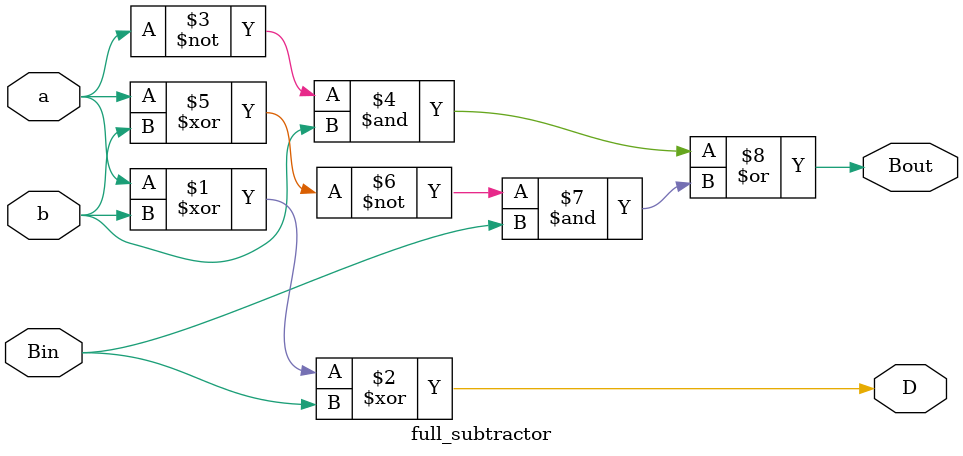
<source format=v>
module full_subtractor
  (input a,b,Bin,output D,Bout);
  assign D = a^b^Bin;
  assign Bout = (~a&b)|(~(a^b)&Bin);
endmodule

</source>
